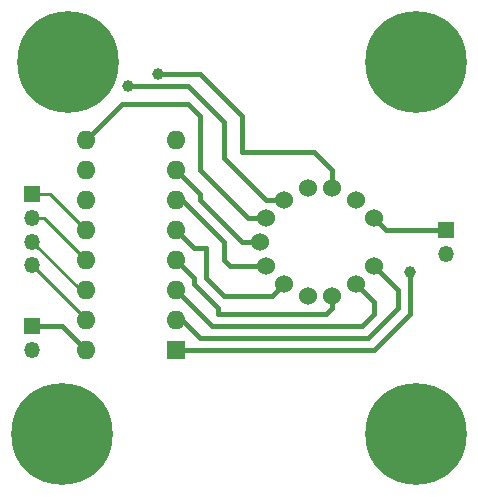
<source format=gbr>
%TF.GenerationSoftware,KiCad,Pcbnew,5.1.9*%
%TF.CreationDate,2021-03-09T01:37:29+01:00*%
%TF.ProjectId,nixie_stand,6e697869-655f-4737-9461-6e642e6b6963,rev?*%
%TF.SameCoordinates,Original*%
%TF.FileFunction,Copper,L1,Top*%
%TF.FilePolarity,Positive*%
%FSLAX46Y46*%
G04 Gerber Fmt 4.6, Leading zero omitted, Abs format (unit mm)*
G04 Created by KiCad (PCBNEW 5.1.9) date 2021-03-09 01:37:29*
%MOMM*%
%LPD*%
G01*
G04 APERTURE LIST*
%TA.AperFunction,ComponentPad*%
%ADD10O,1.600000X1.600000*%
%TD*%
%TA.AperFunction,ComponentPad*%
%ADD11R,1.600000X1.600000*%
%TD*%
%TA.AperFunction,ComponentPad*%
%ADD12O,1.350000X1.350000*%
%TD*%
%TA.AperFunction,ComponentPad*%
%ADD13R,1.350000X1.350000*%
%TD*%
%TA.AperFunction,ComponentPad*%
%ADD14C,1.524000*%
%TD*%
%TA.AperFunction,ComponentPad*%
%ADD15C,8.600000*%
%TD*%
%TA.AperFunction,ViaPad*%
%ADD16C,1.000000*%
%TD*%
%TA.AperFunction,Conductor*%
%ADD17C,0.250000*%
%TD*%
%TA.AperFunction,Conductor*%
%ADD18C,0.400000*%
%TD*%
G04 APERTURE END LIST*
D10*
%TO.P,U1,16*%
%TO.N,+5V*%
X77724000Y-70104000D03*
%TO.P,U1,8*%
%TO.N,GND*%
X85344000Y-52324000D03*
%TO.P,U1,15*%
%TO.N,Net-(J1-Pad4)*%
X77724000Y-67564000D03*
%TO.P,U1,7*%
%TO.N,Net-(U1-Pad7)*%
X85344000Y-54864000D03*
%TO.P,U1,14*%
%TO.N,Net-(J1-Pad3)*%
X77724000Y-65024000D03*
%TO.P,U1,6*%
%TO.N,Net-(U1-Pad6)*%
X85344000Y-57404000D03*
%TO.P,U1,13*%
%TO.N,Net-(J1-Pad2)*%
X77724000Y-62484000D03*
%TO.P,U1,5*%
%TO.N,Net-(U1-Pad5)*%
X85344000Y-59944000D03*
%TO.P,U1,12*%
%TO.N,Net-(J1-Pad1)*%
X77724000Y-59944000D03*
%TO.P,U1,4*%
%TO.N,Net-(U1-Pad4)*%
X85344000Y-62484000D03*
%TO.P,U1,11*%
%TO.N,Net-(U1-Pad11)*%
X77724000Y-57404000D03*
%TO.P,U1,3*%
%TO.N,Net-(U1-Pad3)*%
X85344000Y-65024000D03*
%TO.P,U1,10*%
%TO.N,Net-(U1-Pad10)*%
X77724000Y-54864000D03*
%TO.P,U1,2*%
%TO.N,Net-(U1-Pad2)*%
X85344000Y-67564000D03*
%TO.P,U1,9*%
%TO.N,Net-(U1-Pad9)*%
X77724000Y-52324000D03*
D11*
%TO.P,U1,1*%
%TO.N,Net-(U1-Pad1)*%
X85344000Y-70104000D03*
%TD*%
D12*
%TO.P,J3,2*%
%TO.N,GND*%
X73152000Y-70072000D03*
D13*
%TO.P,J3,1*%
%TO.N,+5V*%
X73152000Y-68072000D03*
%TD*%
D12*
%TO.P,J2,2*%
%TO.N,GND*%
X108204000Y-61944000D03*
D13*
%TO.P,J2,1*%
%TO.N,VCC*%
X108204000Y-59944000D03*
%TD*%
D14*
%TO.P,V1,12*%
%TO.N,Net-(U1-Pad1)*%
X100584000Y-57404000D03*
%TO.P,V1,11*%
%TO.N,Net-(U1-Pad11)*%
X98552000Y-56388000D03*
%TO.P,V1,10*%
%TO.N,Net-(V1-Pad10)*%
X96520000Y-56388000D03*
%TO.P,V1,9*%
%TO.N,Net-(U1-Pad10)*%
X94488000Y-57404000D03*
%TO.P,V1,8*%
%TO.N,Net-(U1-Pad9)*%
X92964000Y-58928000D03*
%TO.P,V1,7*%
%TO.N,Net-(U1-Pad7)*%
X92456000Y-60960000D03*
%TO.P,V1,6*%
%TO.N,Net-(U1-Pad6)*%
X92964000Y-62992000D03*
%TO.P,V1,5*%
%TO.N,Net-(U1-Pad5)*%
X94488000Y-64516000D03*
%TO.P,V1,4*%
%TO.N,Net-(V1-Pad4)*%
X96520000Y-65532000D03*
%TO.P,V1,3*%
%TO.N,Net-(U1-Pad4)*%
X98552000Y-65532000D03*
%TO.P,V1,2*%
%TO.N,Net-(U1-Pad3)*%
X100584000Y-64516000D03*
%TO.P,V1,1*%
%TO.N,Net-(U1-Pad2)*%
X102108000Y-62992000D03*
%TO.P,V1,13*%
%TO.N,VCC*%
X102108000Y-58928000D03*
%TD*%
D15*
%TO.P,H4,1*%
%TO.N,GND*%
X75692000Y-77216000D03*
%TD*%
%TO.P,H3,1*%
%TO.N,GND*%
X105664000Y-77216000D03*
%TD*%
%TO.P,H2,1*%
%TO.N,GND*%
X105664000Y-45720000D03*
%TD*%
%TO.P,H1,1*%
%TO.N,GND*%
X76200000Y-45720000D03*
%TD*%
D12*
%TO.P,J1,4*%
%TO.N,Net-(J1-Pad4)*%
X73152000Y-62896000D03*
%TO.P,J1,3*%
%TO.N,Net-(J1-Pad3)*%
X73152000Y-60896000D03*
%TO.P,J1,2*%
%TO.N,Net-(J1-Pad2)*%
X73152000Y-58896000D03*
D13*
%TO.P,J1,1*%
%TO.N,Net-(J1-Pad1)*%
X73152000Y-56896000D03*
%TD*%
D16*
%TO.N,Net-(U1-Pad11)*%
X83820000Y-46736000D03*
%TO.N,Net-(U1-Pad10)*%
X81280000Y-47752000D03*
%TO.N,Net-(U1-Pad1)*%
X105156000Y-63500000D03*
%TD*%
D17*
%TO.N,Net-(J1-Pad4)*%
X77724000Y-67468000D02*
X77724000Y-67564000D01*
X73152000Y-62896000D02*
X77724000Y-67468000D01*
%TO.N,Net-(J1-Pad3)*%
X77280000Y-65024000D02*
X77724000Y-65024000D01*
X73152000Y-60896000D02*
X77280000Y-65024000D01*
%TO.N,Net-(J1-Pad2)*%
X74136000Y-58896000D02*
X77724000Y-62484000D01*
X73152000Y-58896000D02*
X74136000Y-58896000D01*
%TO.N,Net-(J1-Pad1)*%
X74676000Y-56896000D02*
X77724000Y-59944000D01*
X73152000Y-56896000D02*
X74676000Y-56896000D01*
D18*
%TO.N,VCC*%
X103124000Y-59944000D02*
X102108000Y-58928000D01*
X108204000Y-59944000D02*
X103124000Y-59944000D01*
%TO.N,+5V*%
X75692000Y-68072000D02*
X77724000Y-70104000D01*
X73152000Y-68072000D02*
X75692000Y-68072000D01*
%TO.N,Net-(U1-Pad7)*%
X92456000Y-60960000D02*
X90932000Y-60960000D01*
X90932000Y-60960000D02*
X87376000Y-57404000D01*
X87376000Y-57404000D02*
X87376000Y-56896000D01*
X87376000Y-56896000D02*
X85344000Y-54864000D01*
%TO.N,Net-(U1-Pad6)*%
X85852000Y-57404000D02*
X85344000Y-57404000D01*
X89408000Y-60960000D02*
X85852000Y-57404000D01*
X89408000Y-62484000D02*
X89408000Y-60960000D01*
X89916000Y-62992000D02*
X89408000Y-62484000D01*
X92964000Y-62992000D02*
X89916000Y-62992000D01*
%TO.N,Net-(U1-Pad5)*%
X87884000Y-61468000D02*
X86868000Y-61468000D01*
X87884000Y-64008000D02*
X87884000Y-61468000D01*
X86868000Y-61468000D02*
X85344000Y-59944000D01*
X89408000Y-65532000D02*
X87884000Y-64008000D01*
X93472000Y-65532000D02*
X89408000Y-65532000D01*
X94488000Y-64516000D02*
X93472000Y-65532000D01*
%TO.N,Net-(U1-Pad4)*%
X86868000Y-64008000D02*
X85344000Y-62484000D01*
X86868000Y-64516000D02*
X86868000Y-64008000D01*
X88900000Y-66548000D02*
X86868000Y-64516000D01*
X88900000Y-67056000D02*
X88900000Y-66548000D01*
X98044000Y-67056000D02*
X88900000Y-67056000D01*
X98552000Y-66548000D02*
X98044000Y-67056000D01*
X98552000Y-65532000D02*
X98552000Y-66548000D01*
%TO.N,Net-(U1-Pad11)*%
X98552000Y-56388000D02*
X98552000Y-54864000D01*
X98552000Y-54864000D02*
X97028000Y-53340000D01*
X97028000Y-53340000D02*
X90932000Y-53340000D01*
X90932000Y-53340000D02*
X90932000Y-50292000D01*
X90932000Y-50292000D02*
X87376000Y-46736000D01*
X87376000Y-46736000D02*
X83820000Y-46736000D01*
X83820000Y-46736000D02*
X83820000Y-46736000D01*
%TO.N,Net-(U1-Pad3)*%
X88392000Y-68072000D02*
X85344000Y-65024000D01*
X102108000Y-67056000D02*
X101092000Y-68072000D01*
X102108000Y-66040000D02*
X102108000Y-67056000D01*
X101092000Y-68072000D02*
X88392000Y-68072000D01*
X100584000Y-64516000D02*
X102108000Y-66040000D01*
%TO.N,Net-(U1-Pad10)*%
X94488000Y-57404000D02*
X92964000Y-57404000D01*
X92964000Y-57404000D02*
X89408000Y-53848000D01*
X89408000Y-53848000D02*
X89408000Y-50800000D01*
X89408000Y-50800000D02*
X86360000Y-47752000D01*
X86360000Y-47752000D02*
X81280000Y-47752000D01*
X81280000Y-47752000D02*
X81280000Y-47752000D01*
%TO.N,Net-(U1-Pad2)*%
X85852000Y-67564000D02*
X85344000Y-67564000D01*
X101600000Y-69088000D02*
X87376000Y-69088000D01*
X104140000Y-66548000D02*
X101600000Y-69088000D01*
X104140000Y-65024000D02*
X104140000Y-66548000D01*
X87376000Y-69088000D02*
X85852000Y-67564000D01*
X102108000Y-62992000D02*
X104140000Y-65024000D01*
%TO.N,Net-(U1-Pad9)*%
X80772000Y-49276000D02*
X77724000Y-52324000D01*
X86360000Y-49276000D02*
X80772000Y-49276000D01*
X87376000Y-50292000D02*
X86360000Y-49276000D01*
X87376000Y-54864000D02*
X87376000Y-50292000D01*
X91440000Y-58928000D02*
X87376000Y-54864000D01*
X92964000Y-58928000D02*
X91440000Y-58928000D01*
%TO.N,Net-(U1-Pad1)*%
X105156000Y-63500000D02*
X105156000Y-63500000D01*
X105156000Y-67056000D02*
X105156000Y-63500000D01*
X102108000Y-70104000D02*
X105156000Y-67056000D01*
X85344000Y-70104000D02*
X102108000Y-70104000D01*
%TD*%
M02*

</source>
